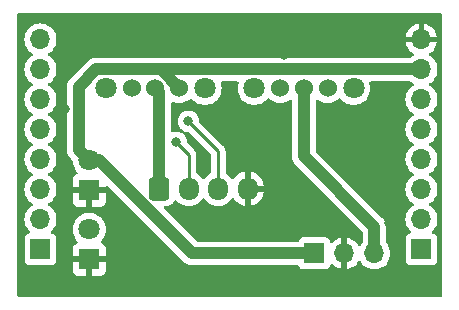
<source format=gbr>
%TF.GenerationSoftware,KiCad,Pcbnew,7.0.9*%
%TF.CreationDate,2025-01-19T19:17:31+09:00*%
%TF.ProjectId,07-OpenMV,30372d4f-7065-46e4-9d56-2e6b69636164,rev?*%
%TF.SameCoordinates,Original*%
%TF.FileFunction,Copper,L1,Top*%
%TF.FilePolarity,Positive*%
%FSLAX46Y46*%
G04 Gerber Fmt 4.6, Leading zero omitted, Abs format (unit mm)*
G04 Created by KiCad (PCBNEW 7.0.9) date 2025-01-19 19:17:31*
%MOMM*%
%LPD*%
G01*
G04 APERTURE LIST*
G04 Aperture macros list*
%AMRoundRect*
0 Rectangle with rounded corners*
0 $1 Rounding radius*
0 $2 $3 $4 $5 $6 $7 $8 $9 X,Y pos of 4 corners*
0 Add a 4 corners polygon primitive as box body*
4,1,4,$2,$3,$4,$5,$6,$7,$8,$9,$2,$3,0*
0 Add four circle primitives for the rounded corners*
1,1,$1+$1,$2,$3*
1,1,$1+$1,$4,$5*
1,1,$1+$1,$6,$7*
1,1,$1+$1,$8,$9*
0 Add four rect primitives between the rounded corners*
20,1,$1+$1,$2,$3,$4,$5,0*
20,1,$1+$1,$4,$5,$6,$7,0*
20,1,$1+$1,$6,$7,$8,$9,0*
20,1,$1+$1,$8,$9,$2,$3,0*%
G04 Aperture macros list end*
%TA.AperFunction,ComponentPad*%
%ADD10O,1.700000X1.950000*%
%TD*%
%TA.AperFunction,ComponentPad*%
%ADD11RoundRect,0.250000X-0.600000X-0.725000X0.600000X-0.725000X0.600000X0.725000X-0.600000X0.725000X0*%
%TD*%
%TA.AperFunction,ComponentPad*%
%ADD12C,1.524000*%
%TD*%
%TA.AperFunction,ComponentPad*%
%ADD13C,1.800000*%
%TD*%
%TA.AperFunction,ComponentPad*%
%ADD14O,1.700000X1.700000*%
%TD*%
%TA.AperFunction,ComponentPad*%
%ADD15R,1.700000X1.700000*%
%TD*%
%TA.AperFunction,ComponentPad*%
%ADD16R,1.800000X1.800000*%
%TD*%
%TA.AperFunction,ViaPad*%
%ADD17C,0.800000*%
%TD*%
%TA.AperFunction,Conductor*%
%ADD18C,1.000000*%
%TD*%
%TA.AperFunction,Conductor*%
%ADD19C,0.250000*%
%TD*%
G04 APERTURE END LIST*
D10*
%TO.P,J3,4,Pin_4*%
%TO.N,GND*%
X117542000Y-94848000D03*
%TO.P,J3,3,Pin_3*%
%TO.N,RX*%
X115042000Y-94848000D03*
%TO.P,J3,2,Pin_2*%
%TO.N,TX*%
X112542000Y-94848000D03*
D11*
%TO.P,J3,1,Pin_1*%
%TO.N,Net-(J3-Pin_1)*%
X110042000Y-94848000D03*
%TD*%
D12*
%TO.P,SW2,3,C*%
%TO.N,unconnected-(SW2-C-Pad3)*%
X120310000Y-86360000D03*
%TO.P,SW2,2,B*%
%TO.N,+3V3*%
X122310000Y-86360000D03*
%TO.P,SW2,1,A*%
%TO.N,Net-(D2-A)*%
X124310000Y-86360000D03*
D13*
%TO.P,SW2,*%
%TO.N,*%
X118110000Y-86360000D03*
X126510000Y-86360000D03*
%TD*%
D12*
%TO.P,SW1,3,C*%
%TO.N,unconnected-(SW1-C-Pad3)*%
X107728000Y-86360000D03*
%TO.P,SW1,2,B*%
%TO.N,Net-(J3-Pin_1)*%
X109728000Y-86360000D03*
%TO.P,SW1,1,A*%
%TO.N,+5V*%
X111728000Y-86360000D03*
D13*
%TO.P,SW1,*%
%TO.N,*%
X105528000Y-86360000D03*
X113928000Y-86360000D03*
%TD*%
D14*
%TO.P,J4,3,Pin_3*%
%TO.N,+3V3*%
X128270000Y-100330000D03*
%TO.P,J4,2,Pin_2*%
%TO.N,GND*%
X125730000Y-100330000D03*
D15*
%TO.P,J4,1,Pin_1*%
%TO.N,+5V*%
X123190000Y-100330000D03*
%TD*%
%TO.P,J2,1,Pin_1*%
%TO.N,unconnected-(J2-Pin_1-Pad1)*%
X132258000Y-100000000D03*
D14*
%TO.P,J2,2,Pin_2*%
%TO.N,unconnected-(J2-Pin_2-Pad2)*%
X132258000Y-97460000D03*
%TO.P,J2,3,Pin_3*%
%TO.N,unconnected-(J2-Pin_3-Pad3)*%
X132258000Y-94920000D03*
%TO.P,J2,4,Pin_4*%
%TO.N,unconnected-(J2-Pin_4-Pad4)*%
X132258000Y-92380000D03*
%TO.P,J2,5,Pin_5*%
%TO.N,unconnected-(J2-Pin_5-Pad5)*%
X132258000Y-89840000D03*
%TO.P,J2,6,Pin_6*%
%TO.N,unconnected-(J2-Pin_6-Pad6)*%
X132258000Y-87300000D03*
%TO.P,J2,7,Pin_7*%
%TO.N,+5V*%
X132258000Y-84760000D03*
%TO.P,J2,8,Pin_8*%
%TO.N,GND*%
X132258000Y-82220000D03*
%TD*%
%TO.P,J1,8,Pin_8*%
%TO.N,Net-(D2-A)*%
X100000000Y-82220000D03*
%TO.P,J1,7,Pin_7*%
%TO.N,unconnected-(J1-Pin_7-Pad7)*%
X100000000Y-84760000D03*
%TO.P,J1,6,Pin_6*%
%TO.N,RX*%
X100000000Y-87300000D03*
%TO.P,J1,5,Pin_5*%
%TO.N,TX*%
X100000000Y-89840000D03*
%TO.P,J1,4,Pin_4*%
%TO.N,unconnected-(J1-Pin_4-Pad4)*%
X100000000Y-92380000D03*
%TO.P,J1,3,Pin_3*%
%TO.N,unconnected-(J1-Pin_3-Pad3)*%
X100000000Y-94920000D03*
%TO.P,J1,2,Pin_2*%
%TO.N,unconnected-(J1-Pin_2-Pad2)*%
X100000000Y-97460000D03*
D15*
%TO.P,J1,1,Pin_1*%
%TO.N,unconnected-(J1-Pin_1-Pad1)*%
X100000000Y-100000000D03*
%TD*%
D13*
%TO.P,D2,2,A*%
%TO.N,Net-(D2-A)*%
X104140000Y-98303000D03*
D16*
%TO.P,D2,1,K*%
%TO.N,GND*%
X104140000Y-100843000D03*
%TD*%
D13*
%TO.P,D1,2,A*%
%TO.N,+5V*%
X104140000Y-92456000D03*
D16*
%TO.P,D1,1,K*%
%TO.N,GND*%
X104140000Y-94996000D03*
%TD*%
D17*
%TO.N,GND*%
X120650000Y-83566000D03*
X102108000Y-80772000D03*
X111760000Y-96774000D03*
X120650000Y-93726000D03*
X126746000Y-98552000D03*
X102108000Y-96774000D03*
X101854000Y-92202000D03*
X102108000Y-88138000D03*
X115824000Y-86360000D03*
X129540000Y-86995000D03*
X124460000Y-82550000D03*
X99695000Y-102870000D03*
X132080000Y-102870000D03*
X107315000Y-97790000D03*
X102235000Y-84455000D03*
X129540000Y-97790000D03*
X120650000Y-88265000D03*
X116840000Y-91440000D03*
%TO.N,RX*%
X112522000Y-89154000D03*
%TO.N,TX*%
X111506000Y-90932000D03*
%TD*%
D18*
%TO.N,+3V3*%
X128270000Y-98075635D02*
X128270000Y-100330000D01*
X122310000Y-92115635D02*
X128270000Y-98075635D01*
X122310000Y-86360000D02*
X122310000Y-92115635D01*
D19*
%TO.N,RX*%
X115042000Y-91674000D02*
X112522000Y-89154000D01*
X115042000Y-94848000D02*
X115042000Y-91674000D01*
%TO.N,TX*%
X112542000Y-91968000D02*
X111506000Y-90932000D01*
X112542000Y-94848000D02*
X112542000Y-91968000D01*
D18*
%TO.N,+5V*%
X112848570Y-100330000D02*
X123190000Y-100330000D01*
X104140000Y-92456000D02*
X104974570Y-92456000D01*
X104974570Y-92456000D02*
X112848570Y-100330000D01*
X132258000Y-84760000D02*
X109474000Y-84760000D01*
X109474000Y-84760000D02*
X104724000Y-84760000D01*
X110195581Y-84760000D02*
X109474000Y-84760000D01*
X103240000Y-86244000D02*
X103240000Y-91556000D01*
X104724000Y-84760000D02*
X103240000Y-86244000D01*
X103240000Y-91556000D02*
X104140000Y-92456000D01*
X111728000Y-86292419D02*
X110195581Y-84760000D01*
X111728000Y-86360000D02*
X111728000Y-86292419D01*
%TO.N,Net-(J3-Pin_1)*%
X110042000Y-86674000D02*
X109728000Y-86360000D01*
X110042000Y-94848000D02*
X110042000Y-86674000D01*
%TD*%
%TA.AperFunction,Conductor*%
%TO.N,GND*%
G36*
X116724830Y-85780185D02*
G01*
X116770585Y-85832989D01*
X116780529Y-85902147D01*
X116777996Y-85914941D01*
X116723868Y-86128682D01*
X116723864Y-86128702D01*
X116704700Y-86359993D01*
X116704700Y-86360006D01*
X116723864Y-86591297D01*
X116723866Y-86591308D01*
X116780842Y-86816300D01*
X116874075Y-87028848D01*
X117001016Y-87223147D01*
X117001019Y-87223151D01*
X117001021Y-87223153D01*
X117158216Y-87393913D01*
X117158219Y-87393915D01*
X117158222Y-87393918D01*
X117341365Y-87536464D01*
X117341371Y-87536468D01*
X117341374Y-87536470D01*
X117545497Y-87646936D01*
X117659487Y-87686068D01*
X117765015Y-87722297D01*
X117765017Y-87722297D01*
X117765019Y-87722298D01*
X117993951Y-87760500D01*
X117993952Y-87760500D01*
X118226048Y-87760500D01*
X118226049Y-87760500D01*
X118454981Y-87722298D01*
X118674503Y-87646936D01*
X118878626Y-87536470D01*
X118879991Y-87535408D01*
X118980043Y-87457534D01*
X119061784Y-87393913D01*
X119212327Y-87230378D01*
X119272212Y-87194390D01*
X119342050Y-87196490D01*
X119391236Y-87226682D01*
X119495378Y-87330824D01*
X119495384Y-87330829D01*
X119676333Y-87457531D01*
X119676335Y-87457532D01*
X119676338Y-87457534D01*
X119876550Y-87550894D01*
X120089932Y-87608070D01*
X120247123Y-87621822D01*
X120309998Y-87627323D01*
X120310000Y-87627323D01*
X120310002Y-87627323D01*
X120365017Y-87622509D01*
X120530068Y-87608070D01*
X120743450Y-87550894D01*
X120943662Y-87457534D01*
X121114378Y-87337997D01*
X121180582Y-87315671D01*
X121248350Y-87332681D01*
X121296163Y-87383629D01*
X121309500Y-87439573D01*
X121309500Y-92102918D01*
X121307243Y-92191997D01*
X121307243Y-92192005D01*
X121318064Y-92252374D01*
X121318718Y-92257039D01*
X121324925Y-92318065D01*
X121324927Y-92318079D01*
X121335208Y-92350848D01*
X121337079Y-92358472D01*
X121343142Y-92392287D01*
X121343142Y-92392290D01*
X121365894Y-92449247D01*
X121367474Y-92453686D01*
X121385841Y-92512223D01*
X121385844Y-92512230D01*
X121402509Y-92542254D01*
X121405879Y-92549349D01*
X121418622Y-92581249D01*
X121418627Y-92581259D01*
X121452377Y-92632468D01*
X121454818Y-92636498D01*
X121484588Y-92690133D01*
X121484589Y-92690134D01*
X121484591Y-92690137D01*
X121506968Y-92716202D01*
X121511693Y-92722470D01*
X121524263Y-92741541D01*
X121530598Y-92751154D01*
X121573978Y-92794534D01*
X121577169Y-92797978D01*
X121617131Y-92844527D01*
X121617130Y-92844527D01*
X121644299Y-92865558D01*
X121650186Y-92870742D01*
X124466412Y-95686967D01*
X127233181Y-98453736D01*
X127266666Y-98515059D01*
X127269500Y-98541417D01*
X127269500Y-99369241D01*
X127249815Y-99436280D01*
X127233181Y-99456922D01*
X127231508Y-99458594D01*
X127101269Y-99644595D01*
X127046692Y-99688219D01*
X126977193Y-99695412D01*
X126914839Y-99663890D01*
X126898119Y-99644594D01*
X126768113Y-99458926D01*
X126768108Y-99458920D01*
X126601082Y-99291894D01*
X126407578Y-99156399D01*
X126193492Y-99056570D01*
X126193486Y-99056567D01*
X125980000Y-98999364D01*
X125980000Y-99894498D01*
X125872315Y-99845320D01*
X125765763Y-99830000D01*
X125694237Y-99830000D01*
X125587685Y-99845320D01*
X125480000Y-99894498D01*
X125480000Y-98999364D01*
X125479999Y-98999364D01*
X125266513Y-99056567D01*
X125266507Y-99056570D01*
X125052422Y-99156399D01*
X125052420Y-99156400D01*
X124858926Y-99291886D01*
X124736865Y-99413947D01*
X124675542Y-99447431D01*
X124605850Y-99442447D01*
X124549917Y-99400575D01*
X124533002Y-99369598D01*
X124520811Y-99336913D01*
X124483796Y-99237669D01*
X124483795Y-99237668D01*
X124483793Y-99237664D01*
X124397547Y-99122455D01*
X124397544Y-99122452D01*
X124282335Y-99036206D01*
X124282328Y-99036202D01*
X124147482Y-98985908D01*
X124147483Y-98985908D01*
X124087883Y-98979501D01*
X124087881Y-98979500D01*
X124087873Y-98979500D01*
X124087864Y-98979500D01*
X122292129Y-98979500D01*
X122292123Y-98979501D01*
X122232516Y-98985908D01*
X122097671Y-99036202D01*
X122097664Y-99036206D01*
X121982455Y-99122452D01*
X121982452Y-99122455D01*
X121896206Y-99237664D01*
X121896204Y-99237668D01*
X121896204Y-99237669D01*
X121892039Y-99248834D01*
X121850171Y-99304766D01*
X121784707Y-99329184D01*
X121775859Y-99329500D01*
X113314352Y-99329500D01*
X113247313Y-99309815D01*
X113226671Y-99293181D01*
X110468670Y-96535180D01*
X110435185Y-96473857D01*
X110440169Y-96404165D01*
X110482041Y-96348232D01*
X110547505Y-96323815D01*
X110556351Y-96323499D01*
X110692002Y-96323499D01*
X110692008Y-96323499D01*
X110794797Y-96312999D01*
X110961334Y-96257814D01*
X111110656Y-96165712D01*
X111234712Y-96041656D01*
X111326814Y-95892334D01*
X111326814Y-95892331D01*
X111330178Y-95886879D01*
X111382126Y-95840154D01*
X111451088Y-95828931D01*
X111515170Y-95856774D01*
X111523398Y-95864294D01*
X111670599Y-96011495D01*
X111767384Y-96079265D01*
X111864165Y-96147032D01*
X111864167Y-96147033D01*
X111864170Y-96147035D01*
X112078337Y-96246903D01*
X112078343Y-96246904D01*
X112078344Y-96246905D01*
X112119050Y-96257812D01*
X112306592Y-96308063D01*
X112486634Y-96323815D01*
X112541999Y-96328659D01*
X112542000Y-96328659D01*
X112542001Y-96328659D01*
X112597366Y-96323815D01*
X112777408Y-96308063D01*
X113005663Y-96246903D01*
X113219829Y-96147035D01*
X113413401Y-96011495D01*
X113580495Y-95844401D01*
X113690426Y-95687401D01*
X113745001Y-95643778D01*
X113814500Y-95636584D01*
X113876855Y-95668106D01*
X113893571Y-95687398D01*
X113920458Y-95725797D01*
X114003506Y-95844403D01*
X114102931Y-95943827D01*
X114170599Y-96011495D01*
X114267384Y-96079265D01*
X114364165Y-96147032D01*
X114364167Y-96147033D01*
X114364170Y-96147035D01*
X114578337Y-96246903D01*
X114578343Y-96246904D01*
X114578344Y-96246905D01*
X114619050Y-96257812D01*
X114806592Y-96308063D01*
X114986634Y-96323815D01*
X115041999Y-96328659D01*
X115042000Y-96328659D01*
X115042001Y-96328659D01*
X115097366Y-96323815D01*
X115277408Y-96308063D01*
X115505663Y-96246903D01*
X115719829Y-96147035D01*
X115913401Y-96011495D01*
X116080495Y-95844401D01*
X116190732Y-95686965D01*
X116245306Y-95643342D01*
X116314805Y-95636148D01*
X116377159Y-95667670D01*
X116393880Y-95686967D01*
X116503886Y-95844073D01*
X116503891Y-95844079D01*
X116670917Y-96011105D01*
X116864421Y-96146600D01*
X117078507Y-96246429D01*
X117078516Y-96246433D01*
X117292000Y-96303634D01*
X117292000Y-95256018D01*
X117406801Y-95308446D01*
X117508025Y-95323000D01*
X117575975Y-95323000D01*
X117677199Y-95308446D01*
X117792000Y-95256018D01*
X117792000Y-96303633D01*
X118005483Y-96246433D01*
X118005492Y-96246429D01*
X118219577Y-96146600D01*
X118219579Y-96146599D01*
X118413073Y-96011113D01*
X118413079Y-96011108D01*
X118580108Y-95844079D01*
X118580113Y-95844073D01*
X118715599Y-95650579D01*
X118715600Y-95650577D01*
X118815429Y-95436492D01*
X118815433Y-95436483D01*
X118876567Y-95208326D01*
X118876569Y-95208316D01*
X118886221Y-95098000D01*
X117945969Y-95098000D01*
X117978519Y-95047351D01*
X118017000Y-94916295D01*
X118017000Y-94779705D01*
X117978519Y-94648649D01*
X117945969Y-94598000D01*
X118886221Y-94598000D01*
X118876569Y-94487683D01*
X118876567Y-94487673D01*
X118815433Y-94259516D01*
X118815429Y-94259507D01*
X118715600Y-94045422D01*
X118715599Y-94045420D01*
X118580113Y-93851926D01*
X118580108Y-93851920D01*
X118413082Y-93684894D01*
X118219578Y-93549399D01*
X118005492Y-93449570D01*
X118005486Y-93449567D01*
X117792000Y-93392364D01*
X117792000Y-94439981D01*
X117677199Y-94387554D01*
X117575975Y-94373000D01*
X117508025Y-94373000D01*
X117406801Y-94387554D01*
X117292000Y-94439981D01*
X117292000Y-93392364D01*
X117291999Y-93392364D01*
X117078513Y-93449567D01*
X117078507Y-93449570D01*
X116864422Y-93549399D01*
X116864420Y-93549400D01*
X116670926Y-93684886D01*
X116670920Y-93684891D01*
X116503891Y-93851920D01*
X116503890Y-93851922D01*
X116393880Y-94009032D01*
X116339303Y-94052657D01*
X116269804Y-94059849D01*
X116207450Y-94028327D01*
X116190730Y-94009031D01*
X116080494Y-93851597D01*
X115913402Y-93684506D01*
X115913401Y-93684505D01*
X115780093Y-93591161D01*
X115720376Y-93549347D01*
X115676751Y-93494770D01*
X115667500Y-93447772D01*
X115667500Y-91756737D01*
X115669223Y-91741120D01*
X115668938Y-91741093D01*
X115669672Y-91733331D01*
X115667500Y-91664203D01*
X115667500Y-91634651D01*
X115667500Y-91634650D01*
X115666629Y-91627759D01*
X115666172Y-91621945D01*
X115664709Y-91575372D01*
X115659122Y-91556144D01*
X115655174Y-91537084D01*
X115655089Y-91536412D01*
X115652664Y-91517208D01*
X115635507Y-91473875D01*
X115633619Y-91468359D01*
X115620619Y-91423612D01*
X115610418Y-91406363D01*
X115601860Y-91388894D01*
X115594486Y-91370268D01*
X115594483Y-91370264D01*
X115594483Y-91370263D01*
X115567098Y-91332571D01*
X115563890Y-91327687D01*
X115540172Y-91287582D01*
X115540163Y-91287571D01*
X115526005Y-91273413D01*
X115513370Y-91258620D01*
X115501593Y-91242412D01*
X115465693Y-91212713D01*
X115461381Y-91208790D01*
X113460960Y-89208369D01*
X113427475Y-89147046D01*
X113425323Y-89133668D01*
X113407674Y-88965744D01*
X113349179Y-88785716D01*
X113254533Y-88621784D01*
X113127871Y-88481112D01*
X113127870Y-88481111D01*
X112974734Y-88369851D01*
X112974729Y-88369848D01*
X112801807Y-88292857D01*
X112801802Y-88292855D01*
X112656001Y-88261865D01*
X112616646Y-88253500D01*
X112427354Y-88253500D01*
X112394897Y-88260398D01*
X112242197Y-88292855D01*
X112242192Y-88292857D01*
X112069270Y-88369848D01*
X112069265Y-88369851D01*
X111916129Y-88481111D01*
X111789466Y-88621785D01*
X111694821Y-88785715D01*
X111694818Y-88785722D01*
X111689690Y-88801506D01*
X111636326Y-88965744D01*
X111616540Y-89154000D01*
X111636326Y-89342256D01*
X111636327Y-89342259D01*
X111694818Y-89522277D01*
X111694821Y-89522284D01*
X111789467Y-89686216D01*
X111916129Y-89826888D01*
X112035178Y-89913382D01*
X112065832Y-89953134D01*
X112107376Y-89955510D01*
X112116141Y-89959019D01*
X112242197Y-90015144D01*
X112427354Y-90054500D01*
X112486548Y-90054500D01*
X112553587Y-90074185D01*
X112574229Y-90090819D01*
X114380181Y-91896771D01*
X114413666Y-91958094D01*
X114416500Y-91984452D01*
X114416500Y-93447773D01*
X114396815Y-93514812D01*
X114363623Y-93549348D01*
X114170597Y-93684505D01*
X114003505Y-93851597D01*
X113893575Y-94008595D01*
X113838998Y-94052220D01*
X113769500Y-94059414D01*
X113707145Y-94027891D01*
X113690425Y-94008595D01*
X113580494Y-93851597D01*
X113413402Y-93684506D01*
X113413401Y-93684505D01*
X113280093Y-93591161D01*
X113220376Y-93549347D01*
X113176751Y-93494770D01*
X113167500Y-93447772D01*
X113167500Y-92050737D01*
X113169224Y-92035123D01*
X113168938Y-92035096D01*
X113169672Y-92027333D01*
X113167500Y-91958203D01*
X113167500Y-91928651D01*
X113167500Y-91928650D01*
X113166629Y-91921759D01*
X113166172Y-91915945D01*
X113165743Y-91902300D01*
X113164709Y-91869373D01*
X113159122Y-91850144D01*
X113155174Y-91831084D01*
X113152664Y-91811208D01*
X113135507Y-91767875D01*
X113133619Y-91762359D01*
X113120619Y-91717612D01*
X113110418Y-91700363D01*
X113101860Y-91682894D01*
X113094486Y-91664268D01*
X113094483Y-91664264D01*
X113094483Y-91664263D01*
X113067098Y-91626571D01*
X113063890Y-91621687D01*
X113040172Y-91581582D01*
X113040163Y-91581571D01*
X113026005Y-91567413D01*
X113013370Y-91552620D01*
X113003982Y-91539700D01*
X113001594Y-91536413D01*
X112984282Y-91522091D01*
X112965693Y-91506713D01*
X112961381Y-91502790D01*
X112444960Y-90986369D01*
X112411475Y-90925046D01*
X112409323Y-90911668D01*
X112391674Y-90743744D01*
X112333179Y-90563716D01*
X112238533Y-90399784D01*
X112111871Y-90259112D01*
X112111870Y-90259111D01*
X111992821Y-90172617D01*
X111962166Y-90132864D01*
X111920623Y-90130489D01*
X111911857Y-90126979D01*
X111785807Y-90070857D01*
X111785802Y-90070855D01*
X111640001Y-90039865D01*
X111600646Y-90031500D01*
X111411354Y-90031500D01*
X111378897Y-90038398D01*
X111226197Y-90070855D01*
X111226192Y-90070857D01*
X111216932Y-90074980D01*
X111147681Y-90084263D01*
X111084406Y-90054632D01*
X111047195Y-89995496D01*
X111042500Y-89961699D01*
X111042500Y-87628002D01*
X111062185Y-87560963D01*
X111114989Y-87515208D01*
X111184147Y-87505264D01*
X111218903Y-87515619D01*
X111294550Y-87550894D01*
X111507932Y-87608070D01*
X111665123Y-87621822D01*
X111727998Y-87627323D01*
X111728000Y-87627323D01*
X111728002Y-87627323D01*
X111783017Y-87622509D01*
X111948068Y-87608070D01*
X112161450Y-87550894D01*
X112361662Y-87457534D01*
X112542620Y-87330826D01*
X112646766Y-87226679D01*
X112708085Y-87193197D01*
X112777777Y-87198181D01*
X112825673Y-87230379D01*
X112976216Y-87393913D01*
X112976219Y-87393915D01*
X112976222Y-87393918D01*
X113159365Y-87536464D01*
X113159371Y-87536468D01*
X113159374Y-87536470D01*
X113363497Y-87646936D01*
X113477487Y-87686068D01*
X113583015Y-87722297D01*
X113583017Y-87722297D01*
X113583019Y-87722298D01*
X113811951Y-87760500D01*
X113811952Y-87760500D01*
X114044048Y-87760500D01*
X114044049Y-87760500D01*
X114272981Y-87722298D01*
X114492503Y-87646936D01*
X114696626Y-87536470D01*
X114697991Y-87535408D01*
X114798043Y-87457534D01*
X114879784Y-87393913D01*
X115036979Y-87223153D01*
X115163924Y-87028849D01*
X115257157Y-86816300D01*
X115314134Y-86591305D01*
X115333300Y-86360000D01*
X115333300Y-86359993D01*
X115314135Y-86128702D01*
X115314131Y-86128682D01*
X115260004Y-85914941D01*
X115262628Y-85845120D01*
X115302584Y-85787803D01*
X115367185Y-85761186D01*
X115380209Y-85760500D01*
X116657791Y-85760500D01*
X116724830Y-85780185D01*
G37*
%TD.AperFunction*%
%TA.AperFunction,Conductor*%
G36*
X133942539Y-80020185D02*
G01*
X133988294Y-80072989D01*
X133999500Y-80124500D01*
X133999500Y-103875500D01*
X133979815Y-103942539D01*
X133927011Y-103988294D01*
X133875500Y-103999500D01*
X98124500Y-103999500D01*
X98057461Y-103979815D01*
X98011706Y-103927011D01*
X98000500Y-103875500D01*
X98000500Y-97460000D01*
X98644341Y-97460000D01*
X98664936Y-97695403D01*
X98664938Y-97695413D01*
X98726094Y-97923655D01*
X98726096Y-97923659D01*
X98726097Y-97923663D01*
X98761356Y-97999276D01*
X98825965Y-98137830D01*
X98825967Y-98137834D01*
X98934281Y-98292521D01*
X98961501Y-98331396D01*
X98961506Y-98331402D01*
X99083430Y-98453326D01*
X99116915Y-98514649D01*
X99111931Y-98584341D01*
X99070059Y-98640274D01*
X99039083Y-98657189D01*
X98907669Y-98706203D01*
X98907664Y-98706206D01*
X98792455Y-98792452D01*
X98792452Y-98792455D01*
X98706206Y-98907664D01*
X98706202Y-98907671D01*
X98655908Y-99042517D01*
X98649501Y-99102116D01*
X98649501Y-99102123D01*
X98649500Y-99102135D01*
X98649500Y-100897870D01*
X98649501Y-100897876D01*
X98655908Y-100957483D01*
X98706202Y-101092328D01*
X98706206Y-101092335D01*
X98792452Y-101207544D01*
X98792455Y-101207547D01*
X98907664Y-101293793D01*
X98907671Y-101293797D01*
X99042517Y-101344091D01*
X99042516Y-101344091D01*
X99049444Y-101344835D01*
X99102127Y-101350500D01*
X100897872Y-101350499D01*
X100957483Y-101344091D01*
X101092331Y-101293796D01*
X101207546Y-101207546D01*
X101293796Y-101092331D01*
X101344091Y-100957483D01*
X101350500Y-100897873D01*
X101350499Y-99102128D01*
X101344091Y-99042517D01*
X101341737Y-99036206D01*
X101293797Y-98907671D01*
X101293793Y-98907664D01*
X101207547Y-98792455D01*
X101207544Y-98792452D01*
X101092335Y-98706206D01*
X101092328Y-98706202D01*
X100960917Y-98657189D01*
X100904983Y-98615318D01*
X100880566Y-98549853D01*
X100895418Y-98481580D01*
X100916563Y-98453332D01*
X101038495Y-98331401D01*
X101058377Y-98303006D01*
X102734700Y-98303006D01*
X102753864Y-98534297D01*
X102753866Y-98534308D01*
X102810842Y-98759300D01*
X102904075Y-98971848D01*
X103031018Y-99166150D01*
X103126167Y-99269510D01*
X103157089Y-99332164D01*
X103149228Y-99401590D01*
X103105081Y-99455746D01*
X103078271Y-99469674D01*
X102997911Y-99499646D01*
X102997906Y-99499649D01*
X102882812Y-99585809D01*
X102882809Y-99585812D01*
X102796649Y-99700906D01*
X102796645Y-99700913D01*
X102746403Y-99835620D01*
X102746401Y-99835627D01*
X102740000Y-99895155D01*
X102740000Y-100593000D01*
X103764722Y-100593000D01*
X103716375Y-100676740D01*
X103686190Y-100808992D01*
X103696327Y-100944265D01*
X103745887Y-101070541D01*
X103763797Y-101093000D01*
X102740000Y-101093000D01*
X102740000Y-101790844D01*
X102746401Y-101850372D01*
X102746403Y-101850379D01*
X102796645Y-101985086D01*
X102796649Y-101985093D01*
X102882809Y-102100187D01*
X102882812Y-102100190D01*
X102997906Y-102186350D01*
X102997913Y-102186354D01*
X103132620Y-102236596D01*
X103132627Y-102236598D01*
X103192155Y-102242999D01*
X103192172Y-102243000D01*
X103890000Y-102243000D01*
X103890000Y-101217189D01*
X103942547Y-101253016D01*
X104072173Y-101293000D01*
X104173724Y-101293000D01*
X104274138Y-101277865D01*
X104390000Y-101222068D01*
X104390000Y-102243000D01*
X105087828Y-102243000D01*
X105087844Y-102242999D01*
X105147372Y-102236598D01*
X105147379Y-102236596D01*
X105282086Y-102186354D01*
X105282093Y-102186350D01*
X105397187Y-102100190D01*
X105397190Y-102100187D01*
X105483350Y-101985093D01*
X105483354Y-101985086D01*
X105533596Y-101850379D01*
X105533598Y-101850372D01*
X105539999Y-101790844D01*
X105540000Y-101790827D01*
X105540000Y-101093000D01*
X104515278Y-101093000D01*
X104563625Y-101009260D01*
X104593810Y-100877008D01*
X104583673Y-100741735D01*
X104534113Y-100615459D01*
X104516203Y-100593000D01*
X105540000Y-100593000D01*
X105540000Y-99895172D01*
X105539999Y-99895155D01*
X105533598Y-99835627D01*
X105533596Y-99835620D01*
X105483354Y-99700913D01*
X105483350Y-99700906D01*
X105397190Y-99585812D01*
X105397187Y-99585809D01*
X105282093Y-99499649D01*
X105282086Y-99499645D01*
X105201729Y-99469674D01*
X105145795Y-99427803D01*
X105121378Y-99362338D01*
X105136230Y-99294065D01*
X105153826Y-99269516D01*
X105248979Y-99166153D01*
X105375924Y-98971849D01*
X105469157Y-98759300D01*
X105526134Y-98534305D01*
X105527763Y-98514649D01*
X105545300Y-98303006D01*
X105545300Y-98302993D01*
X105526135Y-98071702D01*
X105526133Y-98071691D01*
X105469157Y-97846699D01*
X105375924Y-97634151D01*
X105248983Y-97439852D01*
X105248980Y-97439849D01*
X105248979Y-97439847D01*
X105091784Y-97269087D01*
X105091779Y-97269083D01*
X105091777Y-97269081D01*
X104908634Y-97126535D01*
X104908628Y-97126531D01*
X104704504Y-97016064D01*
X104704495Y-97016061D01*
X104484984Y-96940702D01*
X104313282Y-96912050D01*
X104256049Y-96902500D01*
X104023951Y-96902500D01*
X103978164Y-96910140D01*
X103795015Y-96940702D01*
X103575504Y-97016061D01*
X103575495Y-97016064D01*
X103371371Y-97126531D01*
X103371365Y-97126535D01*
X103188222Y-97269081D01*
X103188219Y-97269084D01*
X103031016Y-97439852D01*
X102904075Y-97634151D01*
X102810842Y-97846699D01*
X102753866Y-98071691D01*
X102753864Y-98071702D01*
X102734700Y-98302993D01*
X102734700Y-98303006D01*
X101058377Y-98303006D01*
X101174035Y-98137830D01*
X101273903Y-97923663D01*
X101335063Y-97695408D01*
X101355659Y-97460000D01*
X101335063Y-97224592D01*
X101273903Y-96996337D01*
X101174035Y-96782171D01*
X101038495Y-96588599D01*
X101038494Y-96588597D01*
X100871402Y-96421506D01*
X100871396Y-96421501D01*
X100685842Y-96291575D01*
X100642217Y-96236998D01*
X100635023Y-96167500D01*
X100666546Y-96105145D01*
X100685842Y-96088425D01*
X100795709Y-96011495D01*
X100871401Y-95958495D01*
X101038495Y-95791401D01*
X101174035Y-95597830D01*
X101273903Y-95383663D01*
X101335063Y-95155408D01*
X101355659Y-94920000D01*
X101335063Y-94684592D01*
X101273903Y-94456337D01*
X101174035Y-94242171D01*
X101150163Y-94208077D01*
X101038494Y-94048597D01*
X100871402Y-93881506D01*
X100871396Y-93881501D01*
X100685842Y-93751575D01*
X100642217Y-93696998D01*
X100635023Y-93627500D01*
X100666546Y-93565145D01*
X100685842Y-93548425D01*
X100762469Y-93494770D01*
X100871401Y-93418495D01*
X101038495Y-93251401D01*
X101174035Y-93057830D01*
X101273903Y-92843663D01*
X101335063Y-92615408D01*
X101355659Y-92380000D01*
X101353108Y-92350848D01*
X101344901Y-92257039D01*
X101335063Y-92144592D01*
X101278392Y-91933090D01*
X101273905Y-91916344D01*
X101273904Y-91916343D01*
X101273903Y-91916337D01*
X101174035Y-91702171D01*
X101170698Y-91697404D01*
X101038494Y-91508597D01*
X100871402Y-91341506D01*
X100871396Y-91341501D01*
X100685842Y-91211575D01*
X100642217Y-91156998D01*
X100635023Y-91087500D01*
X100666546Y-91025145D01*
X100685842Y-91008425D01*
X100824052Y-90911649D01*
X100871401Y-90878495D01*
X101038495Y-90711401D01*
X101174035Y-90517830D01*
X101273903Y-90303663D01*
X101335063Y-90075408D01*
X101355659Y-89840000D01*
X101335063Y-89604592D01*
X101273903Y-89376337D01*
X101174035Y-89162171D01*
X101163445Y-89147046D01*
X101038494Y-88968597D01*
X100871402Y-88801506D01*
X100871396Y-88801501D01*
X100685842Y-88671575D01*
X100642217Y-88616998D01*
X100635023Y-88547500D01*
X100666546Y-88485145D01*
X100685842Y-88468425D01*
X100826620Y-88369851D01*
X100871401Y-88338495D01*
X101038495Y-88171401D01*
X101174035Y-87977830D01*
X101273903Y-87763663D01*
X101335063Y-87535408D01*
X101355659Y-87300000D01*
X101335063Y-87064592D01*
X101273903Y-86836337D01*
X101174035Y-86622171D01*
X101152423Y-86591305D01*
X101038494Y-86428597D01*
X100879370Y-86269474D01*
X102234662Y-86269474D01*
X102236707Y-86285527D01*
X102239003Y-86303560D01*
X102239500Y-86311388D01*
X102239500Y-91543283D01*
X102237243Y-91632362D01*
X102237243Y-91632370D01*
X102246298Y-91682886D01*
X102247925Y-91691967D01*
X102248064Y-91692739D01*
X102248718Y-91697404D01*
X102254925Y-91758430D01*
X102254927Y-91758444D01*
X102265208Y-91791213D01*
X102267079Y-91798837D01*
X102273142Y-91832652D01*
X102273142Y-91832655D01*
X102295894Y-91889612D01*
X102297474Y-91894051D01*
X102315841Y-91952588D01*
X102315844Y-91952595D01*
X102332509Y-91982619D01*
X102335879Y-91989714D01*
X102348622Y-92021614D01*
X102348627Y-92021624D01*
X102382377Y-92072833D01*
X102384818Y-92076863D01*
X102414588Y-92130498D01*
X102414589Y-92130499D01*
X102414591Y-92130502D01*
X102436968Y-92156567D01*
X102441693Y-92162835D01*
X102460597Y-92191518D01*
X102503965Y-92234886D01*
X102507168Y-92238342D01*
X102547137Y-92284898D01*
X102574295Y-92305920D01*
X102580190Y-92311112D01*
X102703427Y-92434347D01*
X102736912Y-92495670D01*
X102739322Y-92511789D01*
X102753864Y-92687297D01*
X102753866Y-92687308D01*
X102810842Y-92912300D01*
X102904075Y-93124848D01*
X103031018Y-93319150D01*
X103126167Y-93422510D01*
X103157089Y-93485164D01*
X103149228Y-93554590D01*
X103105081Y-93608746D01*
X103078271Y-93622674D01*
X102997911Y-93652646D01*
X102997906Y-93652649D01*
X102882812Y-93738809D01*
X102882809Y-93738812D01*
X102796649Y-93853906D01*
X102796645Y-93853913D01*
X102746403Y-93988620D01*
X102746401Y-93988627D01*
X102740000Y-94048155D01*
X102740000Y-94746000D01*
X103764722Y-94746000D01*
X103716375Y-94829740D01*
X103686190Y-94961992D01*
X103696327Y-95097265D01*
X103745887Y-95223541D01*
X103763797Y-95246000D01*
X102740000Y-95246000D01*
X102740000Y-95943844D01*
X102746401Y-96003372D01*
X102746403Y-96003379D01*
X102796645Y-96138086D01*
X102796649Y-96138093D01*
X102882809Y-96253187D01*
X102882812Y-96253190D01*
X102997906Y-96339350D01*
X102997913Y-96339354D01*
X103132620Y-96389596D01*
X103132627Y-96389598D01*
X103192155Y-96395999D01*
X103192172Y-96396000D01*
X103890000Y-96396000D01*
X103890000Y-95370189D01*
X103942547Y-95406016D01*
X104072173Y-95446000D01*
X104173724Y-95446000D01*
X104274138Y-95430865D01*
X104390000Y-95375068D01*
X104390000Y-96396000D01*
X105087828Y-96396000D01*
X105087844Y-96395999D01*
X105147372Y-96389598D01*
X105147379Y-96389596D01*
X105282086Y-96339354D01*
X105282093Y-96339350D01*
X105397187Y-96253190D01*
X105397190Y-96253187D01*
X105483350Y-96138093D01*
X105483354Y-96138086D01*
X105533596Y-96003379D01*
X105533598Y-96003372D01*
X105539999Y-95943844D01*
X105540000Y-95943827D01*
X105540000Y-95246000D01*
X104515278Y-95246000D01*
X104563625Y-95162260D01*
X104593810Y-95030008D01*
X104583673Y-94894735D01*
X104534113Y-94768459D01*
X104516203Y-94746000D01*
X105540000Y-94746000D01*
X105540000Y-94735713D01*
X105559685Y-94668674D01*
X105612489Y-94622919D01*
X105681647Y-94612975D01*
X105745203Y-94642000D01*
X105751681Y-94648032D01*
X112132136Y-101028487D01*
X112193508Y-101093050D01*
X112193511Y-101093053D01*
X112243851Y-101128092D01*
X112247613Y-101130928D01*
X112295157Y-101169694D01*
X112295160Y-101169695D01*
X112295163Y-101169698D01*
X112325615Y-101185604D01*
X112332328Y-101189672D01*
X112360521Y-101209295D01*
X112416899Y-101233489D01*
X112421148Y-101235507D01*
X112475521Y-101263909D01*
X112503059Y-101271788D01*
X112508544Y-101273358D01*
X112515938Y-101275990D01*
X112547512Y-101289540D01*
X112547515Y-101289540D01*
X112547516Y-101289541D01*
X112607592Y-101301887D01*
X112612170Y-101303010D01*
X112626071Y-101306987D01*
X112671152Y-101319887D01*
X112705409Y-101322495D01*
X112713184Y-101323586D01*
X112746825Y-101330500D01*
X112746829Y-101330500D01*
X112808169Y-101330500D01*
X112812875Y-101330678D01*
X112847633Y-101333325D01*
X112874046Y-101335337D01*
X112874046Y-101335336D01*
X112874047Y-101335337D01*
X112908130Y-101330996D01*
X112915960Y-101330500D01*
X121775859Y-101330500D01*
X121842898Y-101350185D01*
X121888653Y-101402989D01*
X121892030Y-101411140D01*
X121896204Y-101422331D01*
X121896205Y-101422332D01*
X121896206Y-101422335D01*
X121982452Y-101537544D01*
X121982455Y-101537547D01*
X122097664Y-101623793D01*
X122097671Y-101623797D01*
X122232517Y-101674091D01*
X122232516Y-101674091D01*
X122239444Y-101674835D01*
X122292127Y-101680500D01*
X124087872Y-101680499D01*
X124147483Y-101674091D01*
X124282331Y-101623796D01*
X124397546Y-101537546D01*
X124483796Y-101422331D01*
X124533002Y-101290401D01*
X124574872Y-101234468D01*
X124640337Y-101210050D01*
X124708610Y-101224901D01*
X124736865Y-101246053D01*
X124858917Y-101368105D01*
X125052421Y-101503600D01*
X125266507Y-101603429D01*
X125266516Y-101603433D01*
X125480000Y-101660634D01*
X125480000Y-100765501D01*
X125587685Y-100814680D01*
X125694237Y-100830000D01*
X125765763Y-100830000D01*
X125872315Y-100814680D01*
X125980000Y-100765501D01*
X125980000Y-101660633D01*
X126193483Y-101603433D01*
X126193492Y-101603429D01*
X126407578Y-101503600D01*
X126601082Y-101368105D01*
X126768105Y-101201082D01*
X126898119Y-101015405D01*
X126952696Y-100971781D01*
X127022195Y-100964588D01*
X127084549Y-100996110D01*
X127101269Y-101015405D01*
X127231505Y-101201401D01*
X127398599Y-101368495D01*
X127495384Y-101436265D01*
X127592165Y-101504032D01*
X127592167Y-101504033D01*
X127592170Y-101504035D01*
X127806337Y-101603903D01*
X128034592Y-101665063D01*
X128211034Y-101680500D01*
X128269999Y-101685659D01*
X128270000Y-101685659D01*
X128270001Y-101685659D01*
X128328966Y-101680500D01*
X128505408Y-101665063D01*
X128733663Y-101603903D01*
X128947830Y-101504035D01*
X129141401Y-101368495D01*
X129308495Y-101201401D01*
X129444035Y-101007830D01*
X129543903Y-100793663D01*
X129605063Y-100565408D01*
X129625659Y-100330000D01*
X129605063Y-100094592D01*
X129543903Y-99866337D01*
X129444035Y-99652171D01*
X129438731Y-99644595D01*
X129308494Y-99458597D01*
X129306819Y-99456922D01*
X129306315Y-99456000D01*
X129305014Y-99454449D01*
X129305325Y-99454187D01*
X129273334Y-99395599D01*
X129270500Y-99369241D01*
X129270500Y-98088350D01*
X129272757Y-97999276D01*
X129272756Y-97999275D01*
X129272757Y-97999272D01*
X129261933Y-97938884D01*
X129261280Y-97934222D01*
X129255074Y-97873198D01*
X129255074Y-97873197D01*
X129244784Y-97840403D01*
X129242917Y-97832790D01*
X129236858Y-97798983D01*
X129236858Y-97798982D01*
X129214095Y-97741996D01*
X129212527Y-97737590D01*
X129199294Y-97695413D01*
X129194161Y-97679051D01*
X129194160Y-97679049D01*
X129177492Y-97649020D01*
X129174124Y-97641930D01*
X129161378Y-97610018D01*
X129127612Y-97558785D01*
X129125183Y-97554777D01*
X129095409Y-97501133D01*
X129073034Y-97475069D01*
X129068306Y-97468798D01*
X129049404Y-97440119D01*
X129049399Y-97440113D01*
X129027715Y-97418430D01*
X129006019Y-97396734D01*
X129002828Y-97393290D01*
X128962865Y-97346739D01*
X128935694Y-97325707D01*
X128929807Y-97320522D01*
X123346819Y-91737534D01*
X123313334Y-91676211D01*
X123310500Y-91649853D01*
X123310500Y-87439573D01*
X123330185Y-87372534D01*
X123382989Y-87326779D01*
X123452147Y-87316835D01*
X123505620Y-87337996D01*
X123676338Y-87457534D01*
X123876550Y-87550894D01*
X124089932Y-87608070D01*
X124247123Y-87621822D01*
X124309998Y-87627323D01*
X124310000Y-87627323D01*
X124310002Y-87627323D01*
X124365017Y-87622509D01*
X124530068Y-87608070D01*
X124743450Y-87550894D01*
X124943662Y-87457534D01*
X125124620Y-87330826D01*
X125228766Y-87226679D01*
X125290085Y-87193197D01*
X125359777Y-87198181D01*
X125407673Y-87230379D01*
X125558216Y-87393913D01*
X125558219Y-87393915D01*
X125558222Y-87393918D01*
X125741365Y-87536464D01*
X125741371Y-87536468D01*
X125741374Y-87536470D01*
X125945497Y-87646936D01*
X126059487Y-87686068D01*
X126165015Y-87722297D01*
X126165017Y-87722297D01*
X126165019Y-87722298D01*
X126393951Y-87760500D01*
X126393952Y-87760500D01*
X126626048Y-87760500D01*
X126626049Y-87760500D01*
X126854981Y-87722298D01*
X127074503Y-87646936D01*
X127278626Y-87536470D01*
X127279991Y-87535408D01*
X127380043Y-87457534D01*
X127461784Y-87393913D01*
X127618979Y-87223153D01*
X127745924Y-87028849D01*
X127839157Y-86816300D01*
X127896134Y-86591305D01*
X127915300Y-86360000D01*
X127915300Y-86359993D01*
X127896135Y-86128702D01*
X127896131Y-86128682D01*
X127842004Y-85914941D01*
X127844628Y-85845120D01*
X127884584Y-85787803D01*
X127949185Y-85761186D01*
X127962209Y-85760500D01*
X131297242Y-85760500D01*
X131364281Y-85780185D01*
X131384923Y-85796819D01*
X131386597Y-85798493D01*
X131386603Y-85798498D01*
X131572158Y-85928425D01*
X131615783Y-85983002D01*
X131622977Y-86052500D01*
X131591454Y-86114855D01*
X131572158Y-86131575D01*
X131386597Y-86261505D01*
X131219505Y-86428597D01*
X131083965Y-86622169D01*
X131083964Y-86622171D01*
X130984098Y-86836335D01*
X130984094Y-86836344D01*
X130922938Y-87064586D01*
X130922936Y-87064596D01*
X130902341Y-87299999D01*
X130902341Y-87300000D01*
X130922936Y-87535403D01*
X130922938Y-87535413D01*
X130984094Y-87763655D01*
X130984096Y-87763659D01*
X130984097Y-87763663D01*
X131083965Y-87977830D01*
X131083967Y-87977834D01*
X131219501Y-88171395D01*
X131219506Y-88171402D01*
X131386597Y-88338493D01*
X131386603Y-88338498D01*
X131572158Y-88468425D01*
X131615783Y-88523002D01*
X131622977Y-88592500D01*
X131591454Y-88654855D01*
X131572158Y-88671575D01*
X131386597Y-88801505D01*
X131219505Y-88968597D01*
X131083965Y-89162169D01*
X131083964Y-89162171D01*
X130984098Y-89376335D01*
X130984094Y-89376344D01*
X130922938Y-89604586D01*
X130922936Y-89604596D01*
X130902341Y-89839999D01*
X130902341Y-89840000D01*
X130922936Y-90075403D01*
X130922938Y-90075413D01*
X130984094Y-90303655D01*
X130984096Y-90303659D01*
X130984097Y-90303663D01*
X131028919Y-90399784D01*
X131083965Y-90517830D01*
X131083967Y-90517834D01*
X131219501Y-90711395D01*
X131219506Y-90711402D01*
X131386597Y-90878493D01*
X131386603Y-90878498D01*
X131572158Y-91008425D01*
X131615783Y-91063002D01*
X131622977Y-91132500D01*
X131591454Y-91194855D01*
X131572158Y-91211575D01*
X131386597Y-91341505D01*
X131219505Y-91508597D01*
X131083965Y-91702169D01*
X131083964Y-91702171D01*
X130984098Y-91916335D01*
X130984094Y-91916344D01*
X130922938Y-92144586D01*
X130922936Y-92144596D01*
X130902341Y-92379999D01*
X130902341Y-92380000D01*
X130922936Y-92615403D01*
X130922938Y-92615413D01*
X130984094Y-92843655D01*
X130984096Y-92843659D01*
X130984097Y-92843663D01*
X130994307Y-92865558D01*
X131083965Y-93057830D01*
X131083967Y-93057834D01*
X131219501Y-93251395D01*
X131219506Y-93251402D01*
X131386597Y-93418493D01*
X131386603Y-93418498D01*
X131572158Y-93548425D01*
X131615783Y-93603002D01*
X131622977Y-93672500D01*
X131591454Y-93734855D01*
X131572158Y-93751575D01*
X131386597Y-93881505D01*
X131219505Y-94048597D01*
X131083965Y-94242169D01*
X131083964Y-94242171D01*
X130984098Y-94456335D01*
X130984094Y-94456344D01*
X130922938Y-94684586D01*
X130922936Y-94684596D01*
X130902341Y-94919999D01*
X130902341Y-94920000D01*
X130922936Y-95155403D01*
X130922938Y-95155413D01*
X130984094Y-95383655D01*
X130984096Y-95383659D01*
X130984097Y-95383663D01*
X131032714Y-95487922D01*
X131083965Y-95597830D01*
X131083967Y-95597834D01*
X131219501Y-95791395D01*
X131219506Y-95791402D01*
X131386597Y-95958493D01*
X131386603Y-95958498D01*
X131572158Y-96088425D01*
X131615783Y-96143002D01*
X131622977Y-96212500D01*
X131591454Y-96274855D01*
X131572158Y-96291575D01*
X131386597Y-96421505D01*
X131219505Y-96588597D01*
X131083965Y-96782169D01*
X131083964Y-96782171D01*
X130984098Y-96996335D01*
X130984094Y-96996344D01*
X130922938Y-97224586D01*
X130922936Y-97224596D01*
X130902341Y-97459999D01*
X130902341Y-97460000D01*
X130922936Y-97695403D01*
X130922938Y-97695413D01*
X130984094Y-97923655D01*
X130984096Y-97923659D01*
X130984097Y-97923663D01*
X131019356Y-97999276D01*
X131083965Y-98137830D01*
X131083967Y-98137834D01*
X131192281Y-98292521D01*
X131219501Y-98331396D01*
X131219506Y-98331402D01*
X131341430Y-98453326D01*
X131374915Y-98514649D01*
X131369931Y-98584341D01*
X131328059Y-98640274D01*
X131297083Y-98657189D01*
X131165669Y-98706203D01*
X131165664Y-98706206D01*
X131050455Y-98792452D01*
X131050452Y-98792455D01*
X130964206Y-98907664D01*
X130964202Y-98907671D01*
X130913908Y-99042517D01*
X130907501Y-99102116D01*
X130907501Y-99102123D01*
X130907500Y-99102135D01*
X130907500Y-100897870D01*
X130907501Y-100897876D01*
X130913908Y-100957483D01*
X130964202Y-101092328D01*
X130964206Y-101092335D01*
X131050452Y-101207544D01*
X131050455Y-101207547D01*
X131165664Y-101293793D01*
X131165671Y-101293797D01*
X131300517Y-101344091D01*
X131300516Y-101344091D01*
X131307444Y-101344835D01*
X131360127Y-101350500D01*
X133155872Y-101350499D01*
X133215483Y-101344091D01*
X133350331Y-101293796D01*
X133465546Y-101207546D01*
X133551796Y-101092331D01*
X133602091Y-100957483D01*
X133608500Y-100897873D01*
X133608499Y-99102128D01*
X133602091Y-99042517D01*
X133599737Y-99036206D01*
X133551797Y-98907671D01*
X133551793Y-98907664D01*
X133465547Y-98792455D01*
X133465544Y-98792452D01*
X133350335Y-98706206D01*
X133350328Y-98706202D01*
X133218917Y-98657189D01*
X133162983Y-98615318D01*
X133138566Y-98549853D01*
X133153418Y-98481580D01*
X133174563Y-98453332D01*
X133296495Y-98331401D01*
X133432035Y-98137830D01*
X133531903Y-97923663D01*
X133593063Y-97695408D01*
X133613659Y-97460000D01*
X133593063Y-97224592D01*
X133531903Y-96996337D01*
X133432035Y-96782171D01*
X133296495Y-96588599D01*
X133296494Y-96588597D01*
X133129402Y-96421506D01*
X133129396Y-96421501D01*
X132943842Y-96291575D01*
X132900217Y-96236998D01*
X132893023Y-96167500D01*
X132924546Y-96105145D01*
X132943842Y-96088425D01*
X133053709Y-96011495D01*
X133129401Y-95958495D01*
X133296495Y-95791401D01*
X133432035Y-95597830D01*
X133531903Y-95383663D01*
X133593063Y-95155408D01*
X133613659Y-94920000D01*
X133593063Y-94684592D01*
X133531903Y-94456337D01*
X133432035Y-94242171D01*
X133408163Y-94208077D01*
X133296494Y-94048597D01*
X133129402Y-93881506D01*
X133129396Y-93881501D01*
X132943842Y-93751575D01*
X132900217Y-93696998D01*
X132893023Y-93627500D01*
X132924546Y-93565145D01*
X132943842Y-93548425D01*
X133020469Y-93494770D01*
X133129401Y-93418495D01*
X133296495Y-93251401D01*
X133432035Y-93057830D01*
X133531903Y-92843663D01*
X133593063Y-92615408D01*
X133613659Y-92380000D01*
X133611108Y-92350848D01*
X133602901Y-92257039D01*
X133593063Y-92144592D01*
X133536392Y-91933090D01*
X133531905Y-91916344D01*
X133531904Y-91916343D01*
X133531903Y-91916337D01*
X133432035Y-91702171D01*
X133428698Y-91697404D01*
X133296494Y-91508597D01*
X133129402Y-91341506D01*
X133129396Y-91341501D01*
X132943842Y-91211575D01*
X132900217Y-91156998D01*
X132893023Y-91087500D01*
X132924546Y-91025145D01*
X132943842Y-91008425D01*
X133082052Y-90911649D01*
X133129401Y-90878495D01*
X133296495Y-90711401D01*
X133432035Y-90517830D01*
X133531903Y-90303663D01*
X133593063Y-90075408D01*
X133613659Y-89840000D01*
X133593063Y-89604592D01*
X133531903Y-89376337D01*
X133432035Y-89162171D01*
X133421445Y-89147046D01*
X133296494Y-88968597D01*
X133129402Y-88801506D01*
X133129396Y-88801501D01*
X132943842Y-88671575D01*
X132900217Y-88616998D01*
X132893023Y-88547500D01*
X132924546Y-88485145D01*
X132943842Y-88468425D01*
X133084620Y-88369851D01*
X133129401Y-88338495D01*
X133296495Y-88171401D01*
X133432035Y-87977830D01*
X133531903Y-87763663D01*
X133593063Y-87535408D01*
X133613659Y-87300000D01*
X133593063Y-87064592D01*
X133531903Y-86836337D01*
X133432035Y-86622171D01*
X133410423Y-86591305D01*
X133296494Y-86428597D01*
X133129402Y-86261506D01*
X133129396Y-86261501D01*
X132943842Y-86131575D01*
X132900217Y-86076998D01*
X132893023Y-86007500D01*
X132924546Y-85945145D01*
X132943842Y-85928425D01*
X133025923Y-85870951D01*
X133129401Y-85798495D01*
X133296495Y-85631401D01*
X133432035Y-85437830D01*
X133531903Y-85223663D01*
X133593063Y-84995408D01*
X133613659Y-84760000D01*
X133593063Y-84524592D01*
X133531903Y-84296337D01*
X133432035Y-84082171D01*
X133421508Y-84067136D01*
X133296494Y-83888597D01*
X133129402Y-83721506D01*
X133129401Y-83721505D01*
X132943405Y-83591269D01*
X132899781Y-83536692D01*
X132892588Y-83467193D01*
X132924110Y-83404839D01*
X132943405Y-83388119D01*
X133129082Y-83258105D01*
X133296105Y-83091082D01*
X133431600Y-82897578D01*
X133531429Y-82683492D01*
X133531432Y-82683486D01*
X133588636Y-82470000D01*
X132691686Y-82470000D01*
X132717493Y-82429844D01*
X132758000Y-82291889D01*
X132758000Y-82148111D01*
X132717493Y-82010156D01*
X132691686Y-81970000D01*
X133588636Y-81970000D01*
X133588635Y-81969999D01*
X133531432Y-81756513D01*
X133531429Y-81756507D01*
X133431600Y-81542422D01*
X133431599Y-81542420D01*
X133296113Y-81348926D01*
X133296108Y-81348920D01*
X133129082Y-81181894D01*
X132935578Y-81046399D01*
X132721492Y-80946570D01*
X132721486Y-80946567D01*
X132508000Y-80889364D01*
X132508000Y-81784498D01*
X132400315Y-81735320D01*
X132293763Y-81720000D01*
X132222237Y-81720000D01*
X132115685Y-81735320D01*
X132008000Y-81784498D01*
X132008000Y-80889364D01*
X132007999Y-80889364D01*
X131794513Y-80946567D01*
X131794507Y-80946570D01*
X131580422Y-81046399D01*
X131580420Y-81046400D01*
X131386926Y-81181886D01*
X131386920Y-81181891D01*
X131219891Y-81348920D01*
X131219886Y-81348926D01*
X131084400Y-81542420D01*
X131084399Y-81542422D01*
X130984570Y-81756507D01*
X130984567Y-81756513D01*
X130927364Y-81969999D01*
X130927364Y-81970000D01*
X131824314Y-81970000D01*
X131798507Y-82010156D01*
X131758000Y-82148111D01*
X131758000Y-82291889D01*
X131798507Y-82429844D01*
X131824314Y-82470000D01*
X130927364Y-82470000D01*
X130984567Y-82683486D01*
X130984570Y-82683492D01*
X131084399Y-82897578D01*
X131219894Y-83091082D01*
X131386917Y-83258105D01*
X131572595Y-83388119D01*
X131616219Y-83442696D01*
X131623412Y-83512195D01*
X131591890Y-83574549D01*
X131572595Y-83591269D01*
X131386594Y-83721508D01*
X131384922Y-83723181D01*
X131384000Y-83723684D01*
X131382449Y-83724986D01*
X131382187Y-83724674D01*
X131323599Y-83756666D01*
X131297241Y-83759500D01*
X110235983Y-83759500D01*
X110231276Y-83759321D01*
X110225702Y-83758896D01*
X110170105Y-83754662D01*
X110150170Y-83757201D01*
X110136021Y-83759003D01*
X110128192Y-83759500D01*
X104736717Y-83759500D01*
X104647637Y-83757243D01*
X104647628Y-83757243D01*
X104594636Y-83766741D01*
X104587254Y-83768064D01*
X104582595Y-83768718D01*
X104521564Y-83774925D01*
X104521562Y-83774926D01*
X104488780Y-83785210D01*
X104481156Y-83787081D01*
X104473308Y-83788488D01*
X104447349Y-83793141D01*
X104390381Y-83815895D01*
X104385945Y-83817474D01*
X104327414Y-83835840D01*
X104327410Y-83835842D01*
X104297378Y-83852510D01*
X104290284Y-83855879D01*
X104258382Y-83868623D01*
X104258377Y-83868625D01*
X104207156Y-83902381D01*
X104203128Y-83904822D01*
X104149501Y-83934588D01*
X104123434Y-83956965D01*
X104117165Y-83961692D01*
X104088484Y-83980595D01*
X104088478Y-83980600D01*
X104045109Y-84023968D01*
X104041655Y-84027169D01*
X103995102Y-84067136D01*
X103974076Y-84094298D01*
X103968885Y-84100192D01*
X102541531Y-85527547D01*
X102476946Y-85588942D01*
X102441899Y-85639294D01*
X102439062Y-85643056D01*
X102400302Y-85690592D01*
X102400299Y-85690597D01*
X102384392Y-85721047D01*
X102380324Y-85727761D01*
X102360702Y-85755954D01*
X102336509Y-85812330D01*
X102334488Y-85816584D01*
X102306091Y-85870951D01*
X102306090Y-85870952D01*
X102296640Y-85903975D01*
X102294007Y-85911371D01*
X102280459Y-85942943D01*
X102268113Y-86003019D01*
X102266990Y-86007595D01*
X102250113Y-86066577D01*
X102250113Y-86066579D01*
X102247503Y-86100841D01*
X102246414Y-86108608D01*
X102242848Y-86125965D01*
X102239500Y-86142258D01*
X102239500Y-86203597D01*
X102239321Y-86208306D01*
X102234662Y-86269474D01*
X100879370Y-86269474D01*
X100871402Y-86261506D01*
X100871396Y-86261501D01*
X100685842Y-86131575D01*
X100642217Y-86076998D01*
X100635023Y-86007500D01*
X100666546Y-85945145D01*
X100685842Y-85928425D01*
X100767923Y-85870951D01*
X100871401Y-85798495D01*
X101038495Y-85631401D01*
X101174035Y-85437830D01*
X101273903Y-85223663D01*
X101335063Y-84995408D01*
X101355659Y-84760000D01*
X101335063Y-84524592D01*
X101273903Y-84296337D01*
X101174035Y-84082171D01*
X101163508Y-84067136D01*
X101038494Y-83888597D01*
X100871402Y-83721506D01*
X100871396Y-83721501D01*
X100685842Y-83591575D01*
X100642217Y-83536998D01*
X100635023Y-83467500D01*
X100666546Y-83405145D01*
X100685842Y-83388425D01*
X100708026Y-83372891D01*
X100871401Y-83258495D01*
X101038495Y-83091401D01*
X101174035Y-82897830D01*
X101273903Y-82683663D01*
X101335063Y-82455408D01*
X101355659Y-82220000D01*
X101335063Y-81984592D01*
X101273903Y-81756337D01*
X101174035Y-81542171D01*
X101038495Y-81348599D01*
X101038494Y-81348597D01*
X100871402Y-81181506D01*
X100871395Y-81181501D01*
X100677834Y-81045967D01*
X100677830Y-81045965D01*
X100677828Y-81045964D01*
X100463663Y-80946097D01*
X100463659Y-80946096D01*
X100463655Y-80946094D01*
X100235413Y-80884938D01*
X100235403Y-80884936D01*
X100000001Y-80864341D01*
X99999999Y-80864341D01*
X99764596Y-80884936D01*
X99764586Y-80884938D01*
X99536344Y-80946094D01*
X99536335Y-80946098D01*
X99322171Y-81045964D01*
X99322169Y-81045965D01*
X99128597Y-81181505D01*
X98961505Y-81348597D01*
X98825965Y-81542169D01*
X98825964Y-81542171D01*
X98726098Y-81756335D01*
X98726094Y-81756344D01*
X98664938Y-81984586D01*
X98664936Y-81984596D01*
X98644341Y-82219999D01*
X98644341Y-82220000D01*
X98664936Y-82455403D01*
X98664938Y-82455413D01*
X98726094Y-82683655D01*
X98726096Y-82683659D01*
X98726097Y-82683663D01*
X98825847Y-82897578D01*
X98825965Y-82897830D01*
X98825967Y-82897834D01*
X98961501Y-83091395D01*
X98961506Y-83091402D01*
X99128597Y-83258493D01*
X99128603Y-83258498D01*
X99314158Y-83388425D01*
X99357783Y-83443002D01*
X99364977Y-83512500D01*
X99333454Y-83574855D01*
X99314158Y-83591575D01*
X99128597Y-83721505D01*
X98961505Y-83888597D01*
X98825965Y-84082169D01*
X98825964Y-84082171D01*
X98726098Y-84296335D01*
X98726094Y-84296344D01*
X98664938Y-84524586D01*
X98664936Y-84524596D01*
X98644341Y-84759999D01*
X98644341Y-84760000D01*
X98664936Y-84995403D01*
X98664938Y-84995413D01*
X98726094Y-85223655D01*
X98726096Y-85223659D01*
X98726097Y-85223663D01*
X98825965Y-85437830D01*
X98825967Y-85437834D01*
X98961501Y-85631395D01*
X98961506Y-85631402D01*
X99128597Y-85798493D01*
X99128603Y-85798498D01*
X99314158Y-85928425D01*
X99357783Y-85983002D01*
X99364977Y-86052500D01*
X99333454Y-86114855D01*
X99314158Y-86131575D01*
X99128597Y-86261505D01*
X98961505Y-86428597D01*
X98825965Y-86622169D01*
X98825964Y-86622171D01*
X98726098Y-86836335D01*
X98726094Y-86836344D01*
X98664938Y-87064586D01*
X98664936Y-87064596D01*
X98644341Y-87299999D01*
X98644341Y-87300000D01*
X98664936Y-87535403D01*
X98664938Y-87535413D01*
X98726094Y-87763655D01*
X98726096Y-87763659D01*
X98726097Y-87763663D01*
X98825965Y-87977830D01*
X98825967Y-87977834D01*
X98961501Y-88171395D01*
X98961506Y-88171402D01*
X99128597Y-88338493D01*
X99128603Y-88338498D01*
X99314158Y-88468425D01*
X99357783Y-88523002D01*
X99364977Y-88592500D01*
X99333454Y-88654855D01*
X99314158Y-88671575D01*
X99128597Y-88801505D01*
X98961505Y-88968597D01*
X98825965Y-89162169D01*
X98825964Y-89162171D01*
X98726098Y-89376335D01*
X98726094Y-89376344D01*
X98664938Y-89604586D01*
X98664936Y-89604596D01*
X98644341Y-89839999D01*
X98644341Y-89840000D01*
X98664936Y-90075403D01*
X98664938Y-90075413D01*
X98726094Y-90303655D01*
X98726096Y-90303659D01*
X98726097Y-90303663D01*
X98770919Y-90399784D01*
X98825965Y-90517830D01*
X98825967Y-90517834D01*
X98961501Y-90711395D01*
X98961506Y-90711402D01*
X99128597Y-90878493D01*
X99128603Y-90878498D01*
X99314158Y-91008425D01*
X99357783Y-91063002D01*
X99364977Y-91132500D01*
X99333454Y-91194855D01*
X99314158Y-91211575D01*
X99128597Y-91341505D01*
X98961505Y-91508597D01*
X98825965Y-91702169D01*
X98825964Y-91702171D01*
X98726098Y-91916335D01*
X98726094Y-91916344D01*
X98664938Y-92144586D01*
X98664936Y-92144596D01*
X98644341Y-92379999D01*
X98644341Y-92380000D01*
X98664936Y-92615403D01*
X98664938Y-92615413D01*
X98726094Y-92843655D01*
X98726096Y-92843659D01*
X98726097Y-92843663D01*
X98736307Y-92865558D01*
X98825965Y-93057830D01*
X98825967Y-93057834D01*
X98961501Y-93251395D01*
X98961506Y-93251402D01*
X99128597Y-93418493D01*
X99128603Y-93418498D01*
X99314158Y-93548425D01*
X99357783Y-93603002D01*
X99364977Y-93672500D01*
X99333454Y-93734855D01*
X99314158Y-93751575D01*
X99128597Y-93881505D01*
X98961505Y-94048597D01*
X98825965Y-94242169D01*
X98825964Y-94242171D01*
X98726098Y-94456335D01*
X98726094Y-94456344D01*
X98664938Y-94684586D01*
X98664936Y-94684596D01*
X98644341Y-94919999D01*
X98644341Y-94920000D01*
X98664936Y-95155403D01*
X98664938Y-95155413D01*
X98726094Y-95383655D01*
X98726096Y-95383659D01*
X98726097Y-95383663D01*
X98774714Y-95487922D01*
X98825965Y-95597830D01*
X98825967Y-95597834D01*
X98961501Y-95791395D01*
X98961506Y-95791402D01*
X99128597Y-95958493D01*
X99128603Y-95958498D01*
X99314158Y-96088425D01*
X99357783Y-96143002D01*
X99364977Y-96212500D01*
X99333454Y-96274855D01*
X99314158Y-96291575D01*
X99128597Y-96421505D01*
X98961505Y-96588597D01*
X98825965Y-96782169D01*
X98825964Y-96782171D01*
X98726098Y-96996335D01*
X98726094Y-96996344D01*
X98664938Y-97224586D01*
X98664936Y-97224596D01*
X98644341Y-97459999D01*
X98644341Y-97460000D01*
X98000500Y-97460000D01*
X98000500Y-80124500D01*
X98020185Y-80057461D01*
X98072989Y-80011706D01*
X98124500Y-80000500D01*
X133875500Y-80000500D01*
X133942539Y-80020185D01*
G37*
%TD.AperFunction*%
%TD*%
M02*

</source>
